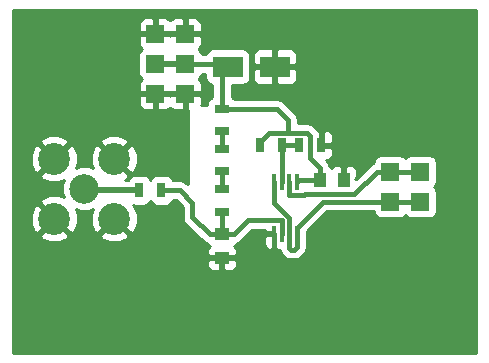
<source format=gbr>
G04 #@! TF.FileFunction,Copper,L2,Bot,Signal*
%FSLAX46Y46*%
G04 Gerber Fmt 4.6, Leading zero omitted, Abs format (unit mm)*
G04 Created by KiCad (PCBNEW 201609251018+7233~55~ubuntu16.04.1-) date Thu Sep 29 13:06:48 2016*
%MOMM*%
%LPD*%
G01*
G04 APERTURE LIST*
%ADD10C,0.100000*%
%ADD11R,0.450000X1.450000*%
%ADD12R,1.000000X1.250000*%
%ADD13R,1.250000X1.000000*%
%ADD14R,2.499360X1.800860*%
%ADD15R,1.524000X1.524000*%
%ADD16C,6.000000*%
%ADD17C,2.500000*%
%ADD18C,2.700000*%
%ADD19R,0.700000X1.300000*%
%ADD20R,1.300000X0.700000*%
%ADD21C,0.800000*%
%ADD22C,0.400000*%
%ADD23C,0.500000*%
%ADD24C,0.300000*%
%ADD25C,0.254000*%
G04 APERTURE END LIST*
D10*
D11*
X111109400Y-85715200D03*
X110459400Y-85715200D03*
X109809400Y-85715200D03*
X109159400Y-85715200D03*
X109159400Y-81315200D03*
X109809400Y-81315200D03*
X110459400Y-81315200D03*
X111109400Y-81315200D03*
D12*
X113046000Y-81178400D03*
X115046000Y-81178400D03*
D13*
X104749600Y-85766400D03*
X104749600Y-87766400D03*
D14*
X109237780Y-71577200D03*
X105239820Y-71577200D03*
D15*
X101625400Y-73888600D03*
X99085400Y-73888600D03*
X101625400Y-71348600D03*
X99085400Y-71348600D03*
X101625400Y-68808600D03*
X99085400Y-68808600D03*
X121539000Y-83007200D03*
X118999000Y-83007200D03*
X121539000Y-80467200D03*
X118999000Y-80467200D03*
D16*
X91440000Y-91440000D03*
X91440000Y-71120000D03*
X121920000Y-71120000D03*
X121920000Y-91440000D03*
D17*
X93091000Y-81915000D03*
D18*
X95631000Y-84455000D03*
X90551000Y-84455000D03*
X90551000Y-79375000D03*
X95631000Y-79375000D03*
D19*
X99629000Y-82042000D03*
X97729000Y-82042000D03*
D20*
X104749600Y-81955600D03*
X104749600Y-83855600D03*
D19*
X107965200Y-78232000D03*
X109865200Y-78232000D03*
X111267200Y-78232000D03*
X113167200Y-78232000D03*
D20*
X104749600Y-75148400D03*
X104749600Y-77048400D03*
X104749600Y-78552000D03*
X104749600Y-80452000D03*
D21*
X102616000Y-87985600D03*
X104698800Y-89560400D03*
X108813600Y-87782400D03*
D22*
X108715201Y-77181999D02*
X110337600Y-77181999D01*
X110337600Y-77181999D02*
X111937201Y-77181999D01*
X104749600Y-75148400D02*
X109387600Y-75148400D01*
X109387600Y-75148400D02*
X110337600Y-76098400D01*
X110337600Y-76098400D02*
X110337600Y-77181999D01*
X107965200Y-77932000D02*
X107965200Y-78232000D01*
X101625400Y-71348600D02*
X105011220Y-71348600D01*
X105011220Y-71348600D02*
X105239820Y-71577200D01*
X104749600Y-75148400D02*
X104749600Y-72067420D01*
X104749600Y-72067420D02*
X105239820Y-71577200D01*
X107965200Y-77932000D02*
X108715201Y-77181999D01*
X111937201Y-77181999D02*
X112166400Y-77411198D01*
X113046000Y-80153400D02*
X113046000Y-81178400D01*
X112166400Y-77411198D02*
X112166400Y-79273800D01*
X112166400Y-79273800D02*
X113046000Y-80153400D01*
X113046000Y-81178400D02*
X111246200Y-81178400D01*
X111246200Y-81178400D02*
X111109400Y-81315200D01*
D23*
X99085400Y-71348600D02*
X101625400Y-71348600D01*
D22*
X104749600Y-87766400D02*
X104749600Y-89509600D01*
X104749600Y-89509600D02*
X104698800Y-89560400D01*
X109159400Y-85715200D02*
X109159400Y-87436600D01*
X109159400Y-87436600D02*
X108813600Y-87782400D01*
X104749600Y-85766400D02*
X104749600Y-83855600D01*
X102250809Y-83099209D02*
X101193600Y-82042000D01*
X101193600Y-82042000D02*
X99629000Y-82042000D01*
X104749600Y-85766400D02*
X103724600Y-85766400D01*
X103724600Y-85766400D02*
X102250809Y-84292609D01*
X102250809Y-84292609D02*
X102250809Y-83099209D01*
X109809400Y-84590200D02*
X106950800Y-84590200D01*
X106950800Y-84590200D02*
X105774600Y-85766400D01*
X105774600Y-85766400D02*
X104749600Y-85766400D01*
D24*
X104624600Y-85766400D02*
X104749600Y-85766400D01*
D22*
X109809400Y-85715200D02*
X109809400Y-84590200D01*
D23*
X99645000Y-82058000D02*
X99629000Y-82042000D01*
D22*
X121539000Y-83007200D02*
X118999000Y-83007200D01*
X118999000Y-83007200D02*
X113317400Y-83007200D01*
X113317400Y-83007200D02*
X111109400Y-85215200D01*
X111109400Y-85215200D02*
X111109400Y-85715200D01*
X110878400Y-87071200D02*
X110585400Y-87071200D01*
X110585400Y-87071200D02*
X110434401Y-86920201D01*
X110434401Y-85740199D02*
X110459400Y-85715200D01*
X110434401Y-86920201D02*
X110434401Y-85740199D01*
X111109400Y-85715200D02*
X111109400Y-86840200D01*
X111109400Y-86840200D02*
X110878400Y-87071200D01*
X109159400Y-81315200D02*
X109159400Y-83091658D01*
X109159400Y-83091658D02*
X110459400Y-84391658D01*
X110459400Y-84391658D02*
X110459400Y-84590200D01*
X110459400Y-84590200D02*
X110459400Y-85715200D01*
X118999000Y-80467200D02*
X121539000Y-80467200D01*
X118999000Y-80467200D02*
X117837000Y-80467200D01*
X117837000Y-80467200D02*
X115957400Y-82346800D01*
X111654390Y-82440211D02*
X110459411Y-82440211D01*
X115957400Y-82346800D02*
X111747802Y-82346800D01*
X111747802Y-82346800D02*
X111654390Y-82440211D01*
X110459411Y-82440211D02*
X110459400Y-82440200D01*
X110459400Y-82440200D02*
X110459400Y-81315200D01*
D23*
X97729000Y-82042000D02*
X93218000Y-82042000D01*
X93218000Y-82042000D02*
X93091000Y-81915000D01*
D22*
X109865200Y-78232000D02*
X109809400Y-78287800D01*
X109809400Y-78287800D02*
X109809400Y-81315200D01*
X111267200Y-78232000D02*
X109865200Y-78232000D01*
X104749600Y-81955600D02*
X104749600Y-80452000D01*
X104749600Y-78552000D02*
X104749600Y-77048400D01*
D25*
G36*
X126290000Y-95810000D02*
X87070000Y-95810000D01*
X87070000Y-88052150D01*
X103489600Y-88052150D01*
X103489600Y-88392709D01*
X103586273Y-88626098D01*
X103764901Y-88804727D01*
X103998290Y-88901400D01*
X104463850Y-88901400D01*
X104622600Y-88742650D01*
X104622600Y-87893400D01*
X104876600Y-87893400D01*
X104876600Y-88742650D01*
X105035350Y-88901400D01*
X105500910Y-88901400D01*
X105734299Y-88804727D01*
X105912927Y-88626098D01*
X106009600Y-88392709D01*
X106009600Y-88052150D01*
X105850850Y-87893400D01*
X104876600Y-87893400D01*
X104622600Y-87893400D01*
X103648350Y-87893400D01*
X103489600Y-88052150D01*
X87070000Y-88052150D01*
X87070000Y-85860593D01*
X89325012Y-85860593D01*
X89466478Y-86163782D01*
X90202955Y-86448737D01*
X90992418Y-86430164D01*
X91635522Y-86163782D01*
X91776988Y-85860593D01*
X94405012Y-85860593D01*
X94546478Y-86163782D01*
X95282955Y-86448737D01*
X96072418Y-86430164D01*
X96715522Y-86163782D01*
X96856988Y-85860593D01*
X95631000Y-84634605D01*
X94405012Y-85860593D01*
X91776988Y-85860593D01*
X90551000Y-84634605D01*
X89325012Y-85860593D01*
X87070000Y-85860593D01*
X87070000Y-84106955D01*
X88557263Y-84106955D01*
X88575836Y-84896418D01*
X88842218Y-85539522D01*
X89145407Y-85680988D01*
X90371395Y-84455000D01*
X89145407Y-83229012D01*
X88842218Y-83370478D01*
X88557263Y-84106955D01*
X87070000Y-84106955D01*
X87070000Y-80780593D01*
X89325012Y-80780593D01*
X89466478Y-81083782D01*
X90202955Y-81368737D01*
X90992418Y-81350164D01*
X91345164Y-81204052D01*
X91206328Y-81538405D01*
X91205674Y-82288305D01*
X91349087Y-82635392D01*
X90899045Y-82461263D01*
X90109582Y-82479836D01*
X89466478Y-82746218D01*
X89325012Y-83049407D01*
X90551000Y-84275395D01*
X90565143Y-84261253D01*
X90744748Y-84440858D01*
X90730605Y-84455000D01*
X91956593Y-85680988D01*
X92259782Y-85539522D01*
X92544737Y-84803045D01*
X92526164Y-84013582D01*
X92380052Y-83660836D01*
X92714405Y-83799672D01*
X93464305Y-83800326D01*
X93811392Y-83656913D01*
X93637263Y-84106955D01*
X93655836Y-84896418D01*
X93922218Y-85539522D01*
X94225407Y-85680988D01*
X95451395Y-84455000D01*
X95437253Y-84440858D01*
X95616858Y-84261253D01*
X95631000Y-84275395D01*
X95645143Y-84261253D01*
X95824748Y-84440858D01*
X95810605Y-84455000D01*
X97036593Y-85680988D01*
X97339782Y-85539522D01*
X97624737Y-84803045D01*
X97606164Y-84013582D01*
X97339782Y-83370478D01*
X97194689Y-83302779D01*
X97379000Y-83339440D01*
X98079000Y-83339440D01*
X98326765Y-83290157D01*
X98536809Y-83149809D01*
X98677157Y-82939765D01*
X98679000Y-82930500D01*
X98680843Y-82939765D01*
X98821191Y-83149809D01*
X99031235Y-83290157D01*
X99279000Y-83339440D01*
X99979000Y-83339440D01*
X100226765Y-83290157D01*
X100436809Y-83149809D01*
X100577157Y-82939765D01*
X100589642Y-82877000D01*
X100847732Y-82877000D01*
X101415809Y-83445077D01*
X101415809Y-84292609D01*
X101479370Y-84612150D01*
X101545552Y-84711198D01*
X101660375Y-84883043D01*
X103134166Y-86356834D01*
X103405059Y-86537839D01*
X103563293Y-86569314D01*
X103666791Y-86724209D01*
X103727920Y-86765054D01*
X103586273Y-86906702D01*
X103489600Y-87140091D01*
X103489600Y-87480650D01*
X103648350Y-87639400D01*
X104622600Y-87639400D01*
X104622600Y-87619400D01*
X104876600Y-87619400D01*
X104876600Y-87639400D01*
X105850850Y-87639400D01*
X106009600Y-87480650D01*
X106009600Y-87140091D01*
X105912927Y-86906702D01*
X105771280Y-86765054D01*
X105832409Y-86724209D01*
X105935907Y-86569314D01*
X106094141Y-86537839D01*
X106365034Y-86356834D01*
X107296668Y-85425200D01*
X108299400Y-85425200D01*
X108299400Y-85429450D01*
X108458150Y-85588200D01*
X108936960Y-85588200D01*
X108936960Y-85842200D01*
X108458150Y-85842200D01*
X108299400Y-86000950D01*
X108299400Y-86566509D01*
X108396073Y-86799898D01*
X108574701Y-86978527D01*
X108808090Y-87075200D01*
X108888150Y-87075200D01*
X109046900Y-86916450D01*
X109046900Y-86778744D01*
X109126591Y-86898009D01*
X109336635Y-87038357D01*
X109408003Y-87052553D01*
X109430650Y-87075200D01*
X109510710Y-87075200D01*
X109514327Y-87073702D01*
X109584400Y-87087640D01*
X109632707Y-87087640D01*
X109662962Y-87239742D01*
X109790512Y-87430634D01*
X109843967Y-87510635D01*
X109994966Y-87661634D01*
X110265859Y-87842639D01*
X110585400Y-87906200D01*
X110878400Y-87906200D01*
X111197941Y-87842639D01*
X111468834Y-87661634D01*
X111699834Y-87430634D01*
X111827384Y-87239742D01*
X111880839Y-87159741D01*
X111944400Y-86840200D01*
X111944400Y-86628426D01*
X111981840Y-86440200D01*
X111981840Y-85523628D01*
X113663268Y-83842200D01*
X117604080Y-83842200D01*
X117638843Y-84016965D01*
X117779191Y-84227009D01*
X117989235Y-84367357D01*
X118237000Y-84416640D01*
X119761000Y-84416640D01*
X120008765Y-84367357D01*
X120218809Y-84227009D01*
X120269000Y-84151893D01*
X120319191Y-84227009D01*
X120529235Y-84367357D01*
X120777000Y-84416640D01*
X122301000Y-84416640D01*
X122548765Y-84367357D01*
X122758809Y-84227009D01*
X122899157Y-84016965D01*
X122948440Y-83769200D01*
X122948440Y-82245200D01*
X122899157Y-81997435D01*
X122758809Y-81787391D01*
X122683693Y-81737200D01*
X122758809Y-81687009D01*
X122899157Y-81476965D01*
X122948440Y-81229200D01*
X122948440Y-79705200D01*
X122899157Y-79457435D01*
X122758809Y-79247391D01*
X122548765Y-79107043D01*
X122301000Y-79057760D01*
X120777000Y-79057760D01*
X120529235Y-79107043D01*
X120319191Y-79247391D01*
X120269000Y-79322507D01*
X120218809Y-79247391D01*
X120008765Y-79107043D01*
X119761000Y-79057760D01*
X118237000Y-79057760D01*
X117989235Y-79107043D01*
X117779191Y-79247391D01*
X117638843Y-79457435D01*
X117594485Y-79680439D01*
X117517459Y-79695761D01*
X117246566Y-79876766D01*
X116071934Y-81051398D01*
X116022252Y-81051398D01*
X116181000Y-80892650D01*
X116181000Y-80427090D01*
X116084327Y-80193701D01*
X115905698Y-80015073D01*
X115672309Y-79918400D01*
X115331750Y-79918400D01*
X115173000Y-80077150D01*
X115173000Y-81051400D01*
X115193000Y-81051400D01*
X115193000Y-81305400D01*
X115173000Y-81305400D01*
X115173000Y-81325400D01*
X114919000Y-81325400D01*
X114919000Y-81305400D01*
X114899000Y-81305400D01*
X114899000Y-81051400D01*
X114919000Y-81051400D01*
X114919000Y-80077150D01*
X114760250Y-79918400D01*
X114419691Y-79918400D01*
X114186302Y-80015073D01*
X114044654Y-80156720D01*
X114003809Y-80095591D01*
X113848914Y-79992093D01*
X113817439Y-79833859D01*
X113636434Y-79562966D01*
X113590468Y-79517000D01*
X113643509Y-79517000D01*
X113876898Y-79420327D01*
X114055527Y-79241699D01*
X114152200Y-79008310D01*
X114152200Y-78517750D01*
X113993450Y-78359000D01*
X113294200Y-78359000D01*
X113294200Y-78379000D01*
X113040200Y-78379000D01*
X113040200Y-78359000D01*
X113020200Y-78359000D01*
X113020200Y-78105000D01*
X113040200Y-78105000D01*
X113040200Y-77105750D01*
X113294200Y-77105750D01*
X113294200Y-78105000D01*
X113993450Y-78105000D01*
X114152200Y-77946250D01*
X114152200Y-77455690D01*
X114055527Y-77222301D01*
X113876898Y-77043673D01*
X113643509Y-76947000D01*
X113452950Y-76947000D01*
X113294200Y-77105750D01*
X113040200Y-77105750D01*
X112881450Y-76947000D01*
X112841182Y-76947000D01*
X112756834Y-76820764D01*
X112527635Y-76591565D01*
X112504637Y-76576198D01*
X112256742Y-76410560D01*
X111937201Y-76346999D01*
X111172600Y-76346999D01*
X111172600Y-76098400D01*
X111109039Y-75778859D01*
X110928034Y-75507966D01*
X109978034Y-74557966D01*
X109967062Y-74550635D01*
X109707141Y-74376961D01*
X109387600Y-74313400D01*
X105816715Y-74313400D01*
X105647365Y-74200243D01*
X105584600Y-74187758D01*
X105584600Y-73125070D01*
X106489500Y-73125070D01*
X106737265Y-73075787D01*
X106947309Y-72935439D01*
X107087657Y-72725395D01*
X107136940Y-72477630D01*
X107136940Y-71862950D01*
X107353100Y-71862950D01*
X107353100Y-72603940D01*
X107449773Y-72837329D01*
X107628402Y-73015957D01*
X107861791Y-73112630D01*
X108952030Y-73112630D01*
X109110780Y-72953880D01*
X109110780Y-71704200D01*
X109364780Y-71704200D01*
X109364780Y-72953880D01*
X109523530Y-73112630D01*
X110613769Y-73112630D01*
X110847158Y-73015957D01*
X111025787Y-72837329D01*
X111122460Y-72603940D01*
X111122460Y-71862950D01*
X110963710Y-71704200D01*
X109364780Y-71704200D01*
X109110780Y-71704200D01*
X107511850Y-71704200D01*
X107353100Y-71862950D01*
X107136940Y-71862950D01*
X107136940Y-70676770D01*
X107111816Y-70550460D01*
X107353100Y-70550460D01*
X107353100Y-71291450D01*
X107511850Y-71450200D01*
X109110780Y-71450200D01*
X109110780Y-70200520D01*
X109364780Y-70200520D01*
X109364780Y-71450200D01*
X110963710Y-71450200D01*
X111122460Y-71291450D01*
X111122460Y-70550460D01*
X111025787Y-70317071D01*
X110847158Y-70138443D01*
X110613769Y-70041770D01*
X109523530Y-70041770D01*
X109364780Y-70200520D01*
X109110780Y-70200520D01*
X108952030Y-70041770D01*
X107861791Y-70041770D01*
X107628402Y-70138443D01*
X107449773Y-70317071D01*
X107353100Y-70550460D01*
X107111816Y-70550460D01*
X107087657Y-70429005D01*
X106947309Y-70218961D01*
X106737265Y-70078613D01*
X106489500Y-70029330D01*
X103990140Y-70029330D01*
X103742375Y-70078613D01*
X103532331Y-70218961D01*
X103391983Y-70429005D01*
X103375156Y-70513600D01*
X103020320Y-70513600D01*
X102985557Y-70338835D01*
X102845209Y-70128791D01*
X102774488Y-70081537D01*
X102925727Y-69930299D01*
X103022400Y-69696910D01*
X103022400Y-69094350D01*
X102863650Y-68935600D01*
X101752400Y-68935600D01*
X101752400Y-68955600D01*
X101498400Y-68955600D01*
X101498400Y-68935600D01*
X100387150Y-68935600D01*
X100355400Y-68967350D01*
X100323650Y-68935600D01*
X99212400Y-68935600D01*
X99212400Y-68955600D01*
X98958400Y-68955600D01*
X98958400Y-68935600D01*
X97847150Y-68935600D01*
X97688400Y-69094350D01*
X97688400Y-69696910D01*
X97785073Y-69930299D01*
X97936312Y-70081537D01*
X97865591Y-70128791D01*
X97725243Y-70338835D01*
X97675960Y-70586600D01*
X97675960Y-72110600D01*
X97725243Y-72358365D01*
X97865591Y-72568409D01*
X97936312Y-72615663D01*
X97785073Y-72766901D01*
X97688400Y-73000290D01*
X97688400Y-73602850D01*
X97847150Y-73761600D01*
X98958400Y-73761600D01*
X98958400Y-73741600D01*
X99212400Y-73741600D01*
X99212400Y-73761600D01*
X100323650Y-73761600D01*
X100355400Y-73729850D01*
X100387150Y-73761600D01*
X101498400Y-73761600D01*
X101498400Y-73741600D01*
X101752400Y-73741600D01*
X101752400Y-73761600D01*
X102863650Y-73761600D01*
X103022400Y-73602850D01*
X103022400Y-73000290D01*
X102925727Y-72766901D01*
X102774488Y-72615663D01*
X102845209Y-72568409D01*
X102985557Y-72358365D01*
X103020320Y-72183600D01*
X103342700Y-72183600D01*
X103342700Y-72477630D01*
X103391983Y-72725395D01*
X103532331Y-72935439D01*
X103742375Y-73075787D01*
X103914600Y-73110044D01*
X103914600Y-74187758D01*
X103851835Y-74200243D01*
X103641791Y-74340591D01*
X103501443Y-74550635D01*
X103452160Y-74798400D01*
X103452160Y-74853800D01*
X102990551Y-74853800D01*
X103022400Y-74776910D01*
X103022400Y-74174350D01*
X102863650Y-74015600D01*
X101752400Y-74015600D01*
X101752400Y-75126850D01*
X101879400Y-75253850D01*
X101879400Y-81546932D01*
X101784034Y-81451566D01*
X101694887Y-81392000D01*
X101513141Y-81270561D01*
X101193600Y-81207000D01*
X100589642Y-81207000D01*
X100577157Y-81144235D01*
X100436809Y-80934191D01*
X100226765Y-80793843D01*
X99979000Y-80744560D01*
X99279000Y-80744560D01*
X99031235Y-80793843D01*
X98821191Y-80934191D01*
X98680843Y-81144235D01*
X98679000Y-81153500D01*
X98677157Y-81144235D01*
X98536809Y-80934191D01*
X98326765Y-80793843D01*
X98079000Y-80744560D01*
X97379000Y-80744560D01*
X97131235Y-80793843D01*
X96921191Y-80934191D01*
X96780843Y-81144235D01*
X96778304Y-81157000D01*
X96538758Y-81157000D01*
X96715522Y-81083782D01*
X96856988Y-80780593D01*
X95631000Y-79554605D01*
X95616858Y-79568748D01*
X95437253Y-79389143D01*
X95451395Y-79375000D01*
X95810605Y-79375000D01*
X97036593Y-80600988D01*
X97339782Y-80459522D01*
X97624737Y-79723045D01*
X97606164Y-78933582D01*
X97339782Y-78290478D01*
X97036593Y-78149012D01*
X95810605Y-79375000D01*
X95451395Y-79375000D01*
X94225407Y-78149012D01*
X93922218Y-78290478D01*
X93637263Y-79026955D01*
X93655836Y-79816418D01*
X93801948Y-80169164D01*
X93467595Y-80030328D01*
X92717695Y-80029674D01*
X92370608Y-80173087D01*
X92544737Y-79723045D01*
X92526164Y-78933582D01*
X92259782Y-78290478D01*
X91956593Y-78149012D01*
X90730605Y-79375000D01*
X90744748Y-79389143D01*
X90565143Y-79568748D01*
X90551000Y-79554605D01*
X89325012Y-80780593D01*
X87070000Y-80780593D01*
X87070000Y-79026955D01*
X88557263Y-79026955D01*
X88575836Y-79816418D01*
X88842218Y-80459522D01*
X89145407Y-80600988D01*
X90371395Y-79375000D01*
X89145407Y-78149012D01*
X88842218Y-78290478D01*
X88557263Y-79026955D01*
X87070000Y-79026955D01*
X87070000Y-77969407D01*
X89325012Y-77969407D01*
X90551000Y-79195395D01*
X91776988Y-77969407D01*
X94405012Y-77969407D01*
X95631000Y-79195395D01*
X96856988Y-77969407D01*
X96715522Y-77666218D01*
X95979045Y-77381263D01*
X95189582Y-77399836D01*
X94546478Y-77666218D01*
X94405012Y-77969407D01*
X91776988Y-77969407D01*
X91635522Y-77666218D01*
X90899045Y-77381263D01*
X90109582Y-77399836D01*
X89466478Y-77666218D01*
X89325012Y-77969407D01*
X87070000Y-77969407D01*
X87070000Y-74174350D01*
X97688400Y-74174350D01*
X97688400Y-74776910D01*
X97785073Y-75010299D01*
X97963702Y-75188927D01*
X98197091Y-75285600D01*
X98799650Y-75285600D01*
X98958400Y-75126850D01*
X98958400Y-74015600D01*
X99212400Y-74015600D01*
X99212400Y-75126850D01*
X99371150Y-75285600D01*
X99973709Y-75285600D01*
X100207098Y-75188927D01*
X100355400Y-75040626D01*
X100503702Y-75188927D01*
X100737091Y-75285600D01*
X101339650Y-75285600D01*
X101498400Y-75126850D01*
X101498400Y-74015600D01*
X100387150Y-74015600D01*
X100355400Y-74047350D01*
X100323650Y-74015600D01*
X99212400Y-74015600D01*
X98958400Y-74015600D01*
X97847150Y-74015600D01*
X97688400Y-74174350D01*
X87070000Y-74174350D01*
X87070000Y-67920290D01*
X97688400Y-67920290D01*
X97688400Y-68522850D01*
X97847150Y-68681600D01*
X98958400Y-68681600D01*
X98958400Y-67570350D01*
X99212400Y-67570350D01*
X99212400Y-68681600D01*
X100323650Y-68681600D01*
X100355400Y-68649850D01*
X100387150Y-68681600D01*
X101498400Y-68681600D01*
X101498400Y-67570350D01*
X101752400Y-67570350D01*
X101752400Y-68681600D01*
X102863650Y-68681600D01*
X103022400Y-68522850D01*
X103022400Y-67920290D01*
X102925727Y-67686901D01*
X102747098Y-67508273D01*
X102513709Y-67411600D01*
X101911150Y-67411600D01*
X101752400Y-67570350D01*
X101498400Y-67570350D01*
X101339650Y-67411600D01*
X100737091Y-67411600D01*
X100503702Y-67508273D01*
X100355400Y-67656574D01*
X100207098Y-67508273D01*
X99973709Y-67411600D01*
X99371150Y-67411600D01*
X99212400Y-67570350D01*
X98958400Y-67570350D01*
X98799650Y-67411600D01*
X98197091Y-67411600D01*
X97963702Y-67508273D01*
X97785073Y-67686901D01*
X97688400Y-67920290D01*
X87070000Y-67920290D01*
X87070000Y-66750000D01*
X126290000Y-66750000D01*
X126290000Y-95810000D01*
X126290000Y-95810000D01*
G37*
X126290000Y-95810000D02*
X87070000Y-95810000D01*
X87070000Y-88052150D01*
X103489600Y-88052150D01*
X103489600Y-88392709D01*
X103586273Y-88626098D01*
X103764901Y-88804727D01*
X103998290Y-88901400D01*
X104463850Y-88901400D01*
X104622600Y-88742650D01*
X104622600Y-87893400D01*
X104876600Y-87893400D01*
X104876600Y-88742650D01*
X105035350Y-88901400D01*
X105500910Y-88901400D01*
X105734299Y-88804727D01*
X105912927Y-88626098D01*
X106009600Y-88392709D01*
X106009600Y-88052150D01*
X105850850Y-87893400D01*
X104876600Y-87893400D01*
X104622600Y-87893400D01*
X103648350Y-87893400D01*
X103489600Y-88052150D01*
X87070000Y-88052150D01*
X87070000Y-85860593D01*
X89325012Y-85860593D01*
X89466478Y-86163782D01*
X90202955Y-86448737D01*
X90992418Y-86430164D01*
X91635522Y-86163782D01*
X91776988Y-85860593D01*
X94405012Y-85860593D01*
X94546478Y-86163782D01*
X95282955Y-86448737D01*
X96072418Y-86430164D01*
X96715522Y-86163782D01*
X96856988Y-85860593D01*
X95631000Y-84634605D01*
X94405012Y-85860593D01*
X91776988Y-85860593D01*
X90551000Y-84634605D01*
X89325012Y-85860593D01*
X87070000Y-85860593D01*
X87070000Y-84106955D01*
X88557263Y-84106955D01*
X88575836Y-84896418D01*
X88842218Y-85539522D01*
X89145407Y-85680988D01*
X90371395Y-84455000D01*
X89145407Y-83229012D01*
X88842218Y-83370478D01*
X88557263Y-84106955D01*
X87070000Y-84106955D01*
X87070000Y-80780593D01*
X89325012Y-80780593D01*
X89466478Y-81083782D01*
X90202955Y-81368737D01*
X90992418Y-81350164D01*
X91345164Y-81204052D01*
X91206328Y-81538405D01*
X91205674Y-82288305D01*
X91349087Y-82635392D01*
X90899045Y-82461263D01*
X90109582Y-82479836D01*
X89466478Y-82746218D01*
X89325012Y-83049407D01*
X90551000Y-84275395D01*
X90565143Y-84261253D01*
X90744748Y-84440858D01*
X90730605Y-84455000D01*
X91956593Y-85680988D01*
X92259782Y-85539522D01*
X92544737Y-84803045D01*
X92526164Y-84013582D01*
X92380052Y-83660836D01*
X92714405Y-83799672D01*
X93464305Y-83800326D01*
X93811392Y-83656913D01*
X93637263Y-84106955D01*
X93655836Y-84896418D01*
X93922218Y-85539522D01*
X94225407Y-85680988D01*
X95451395Y-84455000D01*
X95437253Y-84440858D01*
X95616858Y-84261253D01*
X95631000Y-84275395D01*
X95645143Y-84261253D01*
X95824748Y-84440858D01*
X95810605Y-84455000D01*
X97036593Y-85680988D01*
X97339782Y-85539522D01*
X97624737Y-84803045D01*
X97606164Y-84013582D01*
X97339782Y-83370478D01*
X97194689Y-83302779D01*
X97379000Y-83339440D01*
X98079000Y-83339440D01*
X98326765Y-83290157D01*
X98536809Y-83149809D01*
X98677157Y-82939765D01*
X98679000Y-82930500D01*
X98680843Y-82939765D01*
X98821191Y-83149809D01*
X99031235Y-83290157D01*
X99279000Y-83339440D01*
X99979000Y-83339440D01*
X100226765Y-83290157D01*
X100436809Y-83149809D01*
X100577157Y-82939765D01*
X100589642Y-82877000D01*
X100847732Y-82877000D01*
X101415809Y-83445077D01*
X101415809Y-84292609D01*
X101479370Y-84612150D01*
X101545552Y-84711198D01*
X101660375Y-84883043D01*
X103134166Y-86356834D01*
X103405059Y-86537839D01*
X103563293Y-86569314D01*
X103666791Y-86724209D01*
X103727920Y-86765054D01*
X103586273Y-86906702D01*
X103489600Y-87140091D01*
X103489600Y-87480650D01*
X103648350Y-87639400D01*
X104622600Y-87639400D01*
X104622600Y-87619400D01*
X104876600Y-87619400D01*
X104876600Y-87639400D01*
X105850850Y-87639400D01*
X106009600Y-87480650D01*
X106009600Y-87140091D01*
X105912927Y-86906702D01*
X105771280Y-86765054D01*
X105832409Y-86724209D01*
X105935907Y-86569314D01*
X106094141Y-86537839D01*
X106365034Y-86356834D01*
X107296668Y-85425200D01*
X108299400Y-85425200D01*
X108299400Y-85429450D01*
X108458150Y-85588200D01*
X108936960Y-85588200D01*
X108936960Y-85842200D01*
X108458150Y-85842200D01*
X108299400Y-86000950D01*
X108299400Y-86566509D01*
X108396073Y-86799898D01*
X108574701Y-86978527D01*
X108808090Y-87075200D01*
X108888150Y-87075200D01*
X109046900Y-86916450D01*
X109046900Y-86778744D01*
X109126591Y-86898009D01*
X109336635Y-87038357D01*
X109408003Y-87052553D01*
X109430650Y-87075200D01*
X109510710Y-87075200D01*
X109514327Y-87073702D01*
X109584400Y-87087640D01*
X109632707Y-87087640D01*
X109662962Y-87239742D01*
X109790512Y-87430634D01*
X109843967Y-87510635D01*
X109994966Y-87661634D01*
X110265859Y-87842639D01*
X110585400Y-87906200D01*
X110878400Y-87906200D01*
X111197941Y-87842639D01*
X111468834Y-87661634D01*
X111699834Y-87430634D01*
X111827384Y-87239742D01*
X111880839Y-87159741D01*
X111944400Y-86840200D01*
X111944400Y-86628426D01*
X111981840Y-86440200D01*
X111981840Y-85523628D01*
X113663268Y-83842200D01*
X117604080Y-83842200D01*
X117638843Y-84016965D01*
X117779191Y-84227009D01*
X117989235Y-84367357D01*
X118237000Y-84416640D01*
X119761000Y-84416640D01*
X120008765Y-84367357D01*
X120218809Y-84227009D01*
X120269000Y-84151893D01*
X120319191Y-84227009D01*
X120529235Y-84367357D01*
X120777000Y-84416640D01*
X122301000Y-84416640D01*
X122548765Y-84367357D01*
X122758809Y-84227009D01*
X122899157Y-84016965D01*
X122948440Y-83769200D01*
X122948440Y-82245200D01*
X122899157Y-81997435D01*
X122758809Y-81787391D01*
X122683693Y-81737200D01*
X122758809Y-81687009D01*
X122899157Y-81476965D01*
X122948440Y-81229200D01*
X122948440Y-79705200D01*
X122899157Y-79457435D01*
X122758809Y-79247391D01*
X122548765Y-79107043D01*
X122301000Y-79057760D01*
X120777000Y-79057760D01*
X120529235Y-79107043D01*
X120319191Y-79247391D01*
X120269000Y-79322507D01*
X120218809Y-79247391D01*
X120008765Y-79107043D01*
X119761000Y-79057760D01*
X118237000Y-79057760D01*
X117989235Y-79107043D01*
X117779191Y-79247391D01*
X117638843Y-79457435D01*
X117594485Y-79680439D01*
X117517459Y-79695761D01*
X117246566Y-79876766D01*
X116071934Y-81051398D01*
X116022252Y-81051398D01*
X116181000Y-80892650D01*
X116181000Y-80427090D01*
X116084327Y-80193701D01*
X115905698Y-80015073D01*
X115672309Y-79918400D01*
X115331750Y-79918400D01*
X115173000Y-80077150D01*
X115173000Y-81051400D01*
X115193000Y-81051400D01*
X115193000Y-81305400D01*
X115173000Y-81305400D01*
X115173000Y-81325400D01*
X114919000Y-81325400D01*
X114919000Y-81305400D01*
X114899000Y-81305400D01*
X114899000Y-81051400D01*
X114919000Y-81051400D01*
X114919000Y-80077150D01*
X114760250Y-79918400D01*
X114419691Y-79918400D01*
X114186302Y-80015073D01*
X114044654Y-80156720D01*
X114003809Y-80095591D01*
X113848914Y-79992093D01*
X113817439Y-79833859D01*
X113636434Y-79562966D01*
X113590468Y-79517000D01*
X113643509Y-79517000D01*
X113876898Y-79420327D01*
X114055527Y-79241699D01*
X114152200Y-79008310D01*
X114152200Y-78517750D01*
X113993450Y-78359000D01*
X113294200Y-78359000D01*
X113294200Y-78379000D01*
X113040200Y-78379000D01*
X113040200Y-78359000D01*
X113020200Y-78359000D01*
X113020200Y-78105000D01*
X113040200Y-78105000D01*
X113040200Y-77105750D01*
X113294200Y-77105750D01*
X113294200Y-78105000D01*
X113993450Y-78105000D01*
X114152200Y-77946250D01*
X114152200Y-77455690D01*
X114055527Y-77222301D01*
X113876898Y-77043673D01*
X113643509Y-76947000D01*
X113452950Y-76947000D01*
X113294200Y-77105750D01*
X113040200Y-77105750D01*
X112881450Y-76947000D01*
X112841182Y-76947000D01*
X112756834Y-76820764D01*
X112527635Y-76591565D01*
X112504637Y-76576198D01*
X112256742Y-76410560D01*
X111937201Y-76346999D01*
X111172600Y-76346999D01*
X111172600Y-76098400D01*
X111109039Y-75778859D01*
X110928034Y-75507966D01*
X109978034Y-74557966D01*
X109967062Y-74550635D01*
X109707141Y-74376961D01*
X109387600Y-74313400D01*
X105816715Y-74313400D01*
X105647365Y-74200243D01*
X105584600Y-74187758D01*
X105584600Y-73125070D01*
X106489500Y-73125070D01*
X106737265Y-73075787D01*
X106947309Y-72935439D01*
X107087657Y-72725395D01*
X107136940Y-72477630D01*
X107136940Y-71862950D01*
X107353100Y-71862950D01*
X107353100Y-72603940D01*
X107449773Y-72837329D01*
X107628402Y-73015957D01*
X107861791Y-73112630D01*
X108952030Y-73112630D01*
X109110780Y-72953880D01*
X109110780Y-71704200D01*
X109364780Y-71704200D01*
X109364780Y-72953880D01*
X109523530Y-73112630D01*
X110613769Y-73112630D01*
X110847158Y-73015957D01*
X111025787Y-72837329D01*
X111122460Y-72603940D01*
X111122460Y-71862950D01*
X110963710Y-71704200D01*
X109364780Y-71704200D01*
X109110780Y-71704200D01*
X107511850Y-71704200D01*
X107353100Y-71862950D01*
X107136940Y-71862950D01*
X107136940Y-70676770D01*
X107111816Y-70550460D01*
X107353100Y-70550460D01*
X107353100Y-71291450D01*
X107511850Y-71450200D01*
X109110780Y-71450200D01*
X109110780Y-70200520D01*
X109364780Y-70200520D01*
X109364780Y-71450200D01*
X110963710Y-71450200D01*
X111122460Y-71291450D01*
X111122460Y-70550460D01*
X111025787Y-70317071D01*
X110847158Y-70138443D01*
X110613769Y-70041770D01*
X109523530Y-70041770D01*
X109364780Y-70200520D01*
X109110780Y-70200520D01*
X108952030Y-70041770D01*
X107861791Y-70041770D01*
X107628402Y-70138443D01*
X107449773Y-70317071D01*
X107353100Y-70550460D01*
X107111816Y-70550460D01*
X107087657Y-70429005D01*
X106947309Y-70218961D01*
X106737265Y-70078613D01*
X106489500Y-70029330D01*
X103990140Y-70029330D01*
X103742375Y-70078613D01*
X103532331Y-70218961D01*
X103391983Y-70429005D01*
X103375156Y-70513600D01*
X103020320Y-70513600D01*
X102985557Y-70338835D01*
X102845209Y-70128791D01*
X102774488Y-70081537D01*
X102925727Y-69930299D01*
X103022400Y-69696910D01*
X103022400Y-69094350D01*
X102863650Y-68935600D01*
X101752400Y-68935600D01*
X101752400Y-68955600D01*
X101498400Y-68955600D01*
X101498400Y-68935600D01*
X100387150Y-68935600D01*
X100355400Y-68967350D01*
X100323650Y-68935600D01*
X99212400Y-68935600D01*
X99212400Y-68955600D01*
X98958400Y-68955600D01*
X98958400Y-68935600D01*
X97847150Y-68935600D01*
X97688400Y-69094350D01*
X97688400Y-69696910D01*
X97785073Y-69930299D01*
X97936312Y-70081537D01*
X97865591Y-70128791D01*
X97725243Y-70338835D01*
X97675960Y-70586600D01*
X97675960Y-72110600D01*
X97725243Y-72358365D01*
X97865591Y-72568409D01*
X97936312Y-72615663D01*
X97785073Y-72766901D01*
X97688400Y-73000290D01*
X97688400Y-73602850D01*
X97847150Y-73761600D01*
X98958400Y-73761600D01*
X98958400Y-73741600D01*
X99212400Y-73741600D01*
X99212400Y-73761600D01*
X100323650Y-73761600D01*
X100355400Y-73729850D01*
X100387150Y-73761600D01*
X101498400Y-73761600D01*
X101498400Y-73741600D01*
X101752400Y-73741600D01*
X101752400Y-73761600D01*
X102863650Y-73761600D01*
X103022400Y-73602850D01*
X103022400Y-73000290D01*
X102925727Y-72766901D01*
X102774488Y-72615663D01*
X102845209Y-72568409D01*
X102985557Y-72358365D01*
X103020320Y-72183600D01*
X103342700Y-72183600D01*
X103342700Y-72477630D01*
X103391983Y-72725395D01*
X103532331Y-72935439D01*
X103742375Y-73075787D01*
X103914600Y-73110044D01*
X103914600Y-74187758D01*
X103851835Y-74200243D01*
X103641791Y-74340591D01*
X103501443Y-74550635D01*
X103452160Y-74798400D01*
X103452160Y-74853800D01*
X102990551Y-74853800D01*
X103022400Y-74776910D01*
X103022400Y-74174350D01*
X102863650Y-74015600D01*
X101752400Y-74015600D01*
X101752400Y-75126850D01*
X101879400Y-75253850D01*
X101879400Y-81546932D01*
X101784034Y-81451566D01*
X101694887Y-81392000D01*
X101513141Y-81270561D01*
X101193600Y-81207000D01*
X100589642Y-81207000D01*
X100577157Y-81144235D01*
X100436809Y-80934191D01*
X100226765Y-80793843D01*
X99979000Y-80744560D01*
X99279000Y-80744560D01*
X99031235Y-80793843D01*
X98821191Y-80934191D01*
X98680843Y-81144235D01*
X98679000Y-81153500D01*
X98677157Y-81144235D01*
X98536809Y-80934191D01*
X98326765Y-80793843D01*
X98079000Y-80744560D01*
X97379000Y-80744560D01*
X97131235Y-80793843D01*
X96921191Y-80934191D01*
X96780843Y-81144235D01*
X96778304Y-81157000D01*
X96538758Y-81157000D01*
X96715522Y-81083782D01*
X96856988Y-80780593D01*
X95631000Y-79554605D01*
X95616858Y-79568748D01*
X95437253Y-79389143D01*
X95451395Y-79375000D01*
X95810605Y-79375000D01*
X97036593Y-80600988D01*
X97339782Y-80459522D01*
X97624737Y-79723045D01*
X97606164Y-78933582D01*
X97339782Y-78290478D01*
X97036593Y-78149012D01*
X95810605Y-79375000D01*
X95451395Y-79375000D01*
X94225407Y-78149012D01*
X93922218Y-78290478D01*
X93637263Y-79026955D01*
X93655836Y-79816418D01*
X93801948Y-80169164D01*
X93467595Y-80030328D01*
X92717695Y-80029674D01*
X92370608Y-80173087D01*
X92544737Y-79723045D01*
X92526164Y-78933582D01*
X92259782Y-78290478D01*
X91956593Y-78149012D01*
X90730605Y-79375000D01*
X90744748Y-79389143D01*
X90565143Y-79568748D01*
X90551000Y-79554605D01*
X89325012Y-80780593D01*
X87070000Y-80780593D01*
X87070000Y-79026955D01*
X88557263Y-79026955D01*
X88575836Y-79816418D01*
X88842218Y-80459522D01*
X89145407Y-80600988D01*
X90371395Y-79375000D01*
X89145407Y-78149012D01*
X88842218Y-78290478D01*
X88557263Y-79026955D01*
X87070000Y-79026955D01*
X87070000Y-77969407D01*
X89325012Y-77969407D01*
X90551000Y-79195395D01*
X91776988Y-77969407D01*
X94405012Y-77969407D01*
X95631000Y-79195395D01*
X96856988Y-77969407D01*
X96715522Y-77666218D01*
X95979045Y-77381263D01*
X95189582Y-77399836D01*
X94546478Y-77666218D01*
X94405012Y-77969407D01*
X91776988Y-77969407D01*
X91635522Y-77666218D01*
X90899045Y-77381263D01*
X90109582Y-77399836D01*
X89466478Y-77666218D01*
X89325012Y-77969407D01*
X87070000Y-77969407D01*
X87070000Y-74174350D01*
X97688400Y-74174350D01*
X97688400Y-74776910D01*
X97785073Y-75010299D01*
X97963702Y-75188927D01*
X98197091Y-75285600D01*
X98799650Y-75285600D01*
X98958400Y-75126850D01*
X98958400Y-74015600D01*
X99212400Y-74015600D01*
X99212400Y-75126850D01*
X99371150Y-75285600D01*
X99973709Y-75285600D01*
X100207098Y-75188927D01*
X100355400Y-75040626D01*
X100503702Y-75188927D01*
X100737091Y-75285600D01*
X101339650Y-75285600D01*
X101498400Y-75126850D01*
X101498400Y-74015600D01*
X100387150Y-74015600D01*
X100355400Y-74047350D01*
X100323650Y-74015600D01*
X99212400Y-74015600D01*
X98958400Y-74015600D01*
X97847150Y-74015600D01*
X97688400Y-74174350D01*
X87070000Y-74174350D01*
X87070000Y-67920290D01*
X97688400Y-67920290D01*
X97688400Y-68522850D01*
X97847150Y-68681600D01*
X98958400Y-68681600D01*
X98958400Y-67570350D01*
X99212400Y-67570350D01*
X99212400Y-68681600D01*
X100323650Y-68681600D01*
X100355400Y-68649850D01*
X100387150Y-68681600D01*
X101498400Y-68681600D01*
X101498400Y-67570350D01*
X101752400Y-67570350D01*
X101752400Y-68681600D01*
X102863650Y-68681600D01*
X103022400Y-68522850D01*
X103022400Y-67920290D01*
X102925727Y-67686901D01*
X102747098Y-67508273D01*
X102513709Y-67411600D01*
X101911150Y-67411600D01*
X101752400Y-67570350D01*
X101498400Y-67570350D01*
X101339650Y-67411600D01*
X100737091Y-67411600D01*
X100503702Y-67508273D01*
X100355400Y-67656574D01*
X100207098Y-67508273D01*
X99973709Y-67411600D01*
X99371150Y-67411600D01*
X99212400Y-67570350D01*
X98958400Y-67570350D01*
X98799650Y-67411600D01*
X98197091Y-67411600D01*
X97963702Y-67508273D01*
X97785073Y-67686901D01*
X97688400Y-67920290D01*
X87070000Y-67920290D01*
X87070000Y-66750000D01*
X126290000Y-66750000D01*
X126290000Y-95810000D01*
M02*

</source>
